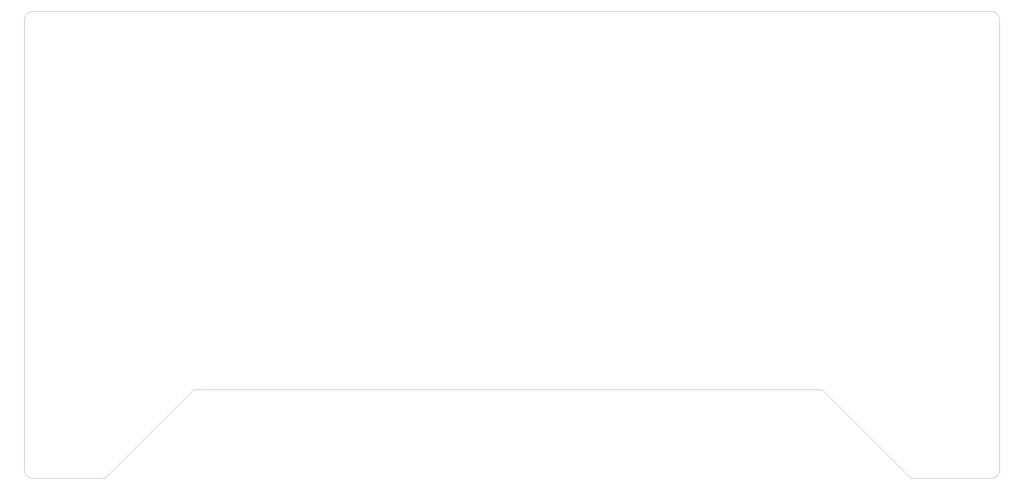
<source format=gko>
%TF.GenerationSoftware,KiCad,Pcbnew,(5.1.10)-1*%
%TF.CreationDate,2022-01-09T00:33:18-08:00*%
%TF.ProjectId,LEDBoard,4c454442-6f61-4726-942e-6b696361645f,rev?*%
%TF.SameCoordinates,Original*%
%TF.FileFunction,Profile,NP*%
%FSLAX46Y46*%
G04 Gerber Fmt 4.6, Leading zero omitted, Abs format (unit mm)*
G04 Created by KiCad (PCBNEW (5.1.10)-1) date 2022-01-09 00:33:18*
%MOMM*%
%LPD*%
G01*
G04 APERTURE LIST*
%TA.AperFunction,Profile*%
%ADD10C,0.050000*%
%TD*%
G04 APERTURE END LIST*
D10*
X317500000Y-198120000D02*
X289560000Y-170180000D01*
X40640000Y-198120000D02*
G75*
G02*
X38100000Y-195580000I0J2540000D01*
G01*
X345440000Y-195580000D02*
G75*
G02*
X342900000Y-198120000I-2540000J0D01*
G01*
X342900000Y-50800000D02*
G75*
G02*
X345440000Y-53340000I0J-2540000D01*
G01*
X38100000Y-53340000D02*
G75*
G02*
X40640000Y-50800000I2540000J0D01*
G01*
X342900000Y-50800000D02*
X40640000Y-50800000D01*
X345440000Y-195580000D02*
X345440000Y-53340000D01*
X317500000Y-198120000D02*
X342900000Y-198120000D01*
X91440000Y-170180000D02*
X289560000Y-170180000D01*
X63500000Y-198120000D02*
X91440000Y-170180000D01*
X40640000Y-198120000D02*
X63500000Y-198120000D01*
X38100000Y-53340000D02*
X38100000Y-195580000D01*
M02*

</source>
